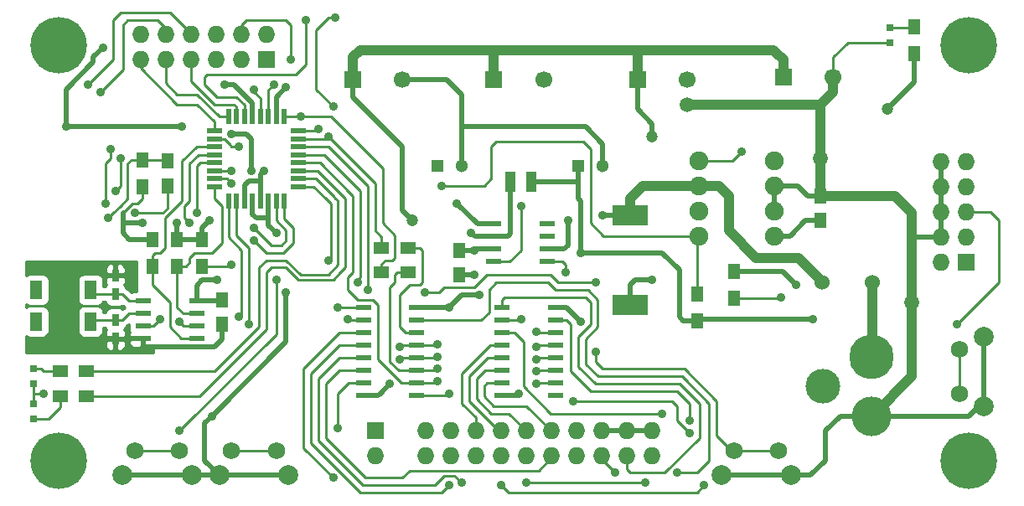
<source format=gbr>
G04 #@! TF.FileFunction,Copper,L1,Top,Signal*
%FSLAX46Y46*%
G04 Gerber Fmt 4.6, Leading zero omitted, Abs format (unit mm)*
G04 Created by KiCad (PCBNEW 4.0.2-stable) date 9/19/2016 8:58:52 PM*
%MOMM*%
G01*
G04 APERTURE LIST*
%ADD10C,0.100000*%
%ADD11R,1.727200X1.727200*%
%ADD12O,1.727200X1.727200*%
%ADD13R,1.300000X1.900000*%
%ADD14R,0.750000X1.200000*%
%ADD15R,1.300000X1.500000*%
%ADD16R,0.797560X0.797560*%
%ADD17C,1.750000*%
%ADD18C,2.000000*%
%ADD19C,5.700000*%
%ADD20R,1.550000X0.600000*%
%ADD21R,1.500000X0.600000*%
%ADD22C,1.905000*%
%ADD23R,1.500000X1.300000*%
%ADD24R,1.000000X2.000000*%
%ADD25R,0.550000X1.600000*%
%ADD26R,1.600000X0.550000*%
%ADD27R,1.250000X1.500000*%
%ADD28C,1.300000*%
%ADD29R,1.300000X1.300000*%
%ADD30C,1.700000*%
%ADD31R,1.700000X1.700000*%
%ADD32R,3.600000X2.000000*%
%ADD33C,1.524000*%
%ADD34C,4.000000*%
%ADD35C,4.500000*%
%ADD36C,3.500000*%
%ADD37C,0.889000*%
%ADD38C,1.500000*%
%ADD39C,1.200000*%
%ADD40C,0.500000*%
%ADD41C,1.000000*%
%ADD42C,0.254000*%
G04 APERTURE END LIST*
D10*
D11*
X210250000Y-96000000D03*
D12*
X207710000Y-96000000D03*
X210250000Y-93460000D03*
X207710000Y-93460000D03*
X210250000Y-90920000D03*
X207710000Y-90920000D03*
X210250000Y-88380000D03*
X207710000Y-88380000D03*
X210250000Y-85840000D03*
X207710000Y-85840000D03*
D13*
X121750000Y-101950000D03*
X116250000Y-101950000D03*
X116250000Y-98750000D03*
X121750000Y-98750000D03*
D14*
X124250000Y-103700000D03*
X124250000Y-101800000D03*
X124250000Y-97300000D03*
X124250000Y-99200000D03*
D15*
X205000000Y-74850000D03*
X205000000Y-72150000D03*
D16*
X116000000Y-111749300D03*
X116000000Y-110250700D03*
X116000000Y-106750700D03*
X116000000Y-108249300D03*
X202500000Y-73749300D03*
X202500000Y-72250700D03*
D17*
X126250000Y-115010000D03*
X130750000Y-115010000D03*
D18*
X124995000Y-117500000D03*
X132005000Y-117500000D03*
D17*
X136000000Y-115010000D03*
X140500000Y-115010000D03*
D18*
X134745000Y-117500000D03*
X141755000Y-117500000D03*
D17*
X186750000Y-115010000D03*
X191250000Y-115010000D03*
D18*
X185495000Y-117500000D03*
X192505000Y-117500000D03*
D17*
X209510000Y-109250000D03*
X209510000Y-104750000D03*
D18*
X212000000Y-110505000D03*
X212000000Y-103495000D03*
D19*
X210500000Y-116000000D03*
X210500000Y-74000000D03*
X118500000Y-74000000D03*
X118500000Y-116000000D03*
D20*
X162500000Y-92095000D03*
X162500000Y-93365000D03*
X162500000Y-94635000D03*
X162500000Y-95905000D03*
X167900000Y-95905000D03*
X167900000Y-94635000D03*
X167900000Y-93365000D03*
X167900000Y-92095000D03*
D21*
X163300000Y-100555000D03*
X163300000Y-101825000D03*
X163300000Y-103095000D03*
X163300000Y-104365000D03*
X163300000Y-105635000D03*
X163300000Y-106905000D03*
X163300000Y-108175000D03*
X163300000Y-109445000D03*
X168700000Y-109445000D03*
X168700000Y-108175000D03*
X168700000Y-106905000D03*
X168700000Y-105635000D03*
X168700000Y-104365000D03*
X168700000Y-103095000D03*
X168700000Y-101825000D03*
X168700000Y-100555000D03*
X149300000Y-100555000D03*
X149300000Y-101825000D03*
X149300000Y-103095000D03*
X149300000Y-104365000D03*
X149300000Y-105635000D03*
X149300000Y-106905000D03*
X149300000Y-108175000D03*
X149300000Y-109445000D03*
X154700000Y-109445000D03*
X154700000Y-108175000D03*
X154700000Y-106905000D03*
X154700000Y-105635000D03*
X154700000Y-104365000D03*
X154700000Y-103095000D03*
X154700000Y-101825000D03*
X154700000Y-100555000D03*
D22*
X183190000Y-85690000D03*
X183190000Y-88230000D03*
X183190000Y-90770000D03*
X183190000Y-93310000D03*
X190810000Y-93310000D03*
X190810000Y-90770000D03*
X190810000Y-88230000D03*
X190810000Y-85690000D03*
D15*
X130500000Y-93650000D03*
X130500000Y-96350000D03*
X133000000Y-93650000D03*
X133000000Y-96350000D03*
X128000000Y-93650000D03*
X128000000Y-96350000D03*
X127000000Y-85650000D03*
X127000000Y-88350000D03*
D23*
X151150000Y-97000000D03*
X153850000Y-97000000D03*
X151150000Y-94500000D03*
X153850000Y-94500000D03*
X121350000Y-109500000D03*
X118650000Y-109500000D03*
X121350000Y-107000000D03*
X118650000Y-107000000D03*
D15*
X186750000Y-99600000D03*
X186750000Y-96900000D03*
X183000000Y-101850000D03*
X183000000Y-99150000D03*
D11*
X139500000Y-75500000D03*
D12*
X139500000Y-72960000D03*
X136960000Y-75500000D03*
X136960000Y-72960000D03*
X134420000Y-75500000D03*
X134420000Y-72960000D03*
X131880000Y-75500000D03*
X131880000Y-72960000D03*
X129340000Y-75500000D03*
X129340000Y-72960000D03*
X126800000Y-75500000D03*
X126800000Y-72960000D03*
D24*
X166250000Y-87800000D03*
X164150000Y-87800000D03*
D25*
X135700000Y-89750000D03*
X136500000Y-89750000D03*
X137300000Y-89750000D03*
X138100000Y-89750000D03*
X138900000Y-89750000D03*
X139700000Y-89750000D03*
X140500000Y-89750000D03*
X141300000Y-89750000D03*
D26*
X142750000Y-88300000D03*
X142750000Y-87500000D03*
X142750000Y-86700000D03*
X142750000Y-85900000D03*
X142750000Y-85100000D03*
X142750000Y-84300000D03*
X142750000Y-83500000D03*
X142750000Y-82700000D03*
D25*
X141300000Y-81250000D03*
X140500000Y-81250000D03*
X139700000Y-81250000D03*
X138900000Y-81250000D03*
X138100000Y-81250000D03*
X137300000Y-81250000D03*
X136500000Y-81250000D03*
X135700000Y-81250000D03*
D26*
X134250000Y-82700000D03*
X134250000Y-83500000D03*
X134250000Y-84300000D03*
X134250000Y-85100000D03*
X134250000Y-85900000D03*
X134250000Y-86700000D03*
X134250000Y-87500000D03*
X134250000Y-88300000D03*
D27*
X159000000Y-94750000D03*
X159000000Y-97250000D03*
D28*
X173500000Y-86250000D03*
D29*
X171000000Y-86250000D03*
D28*
X159250000Y-86250000D03*
D29*
X156750000Y-86250000D03*
D27*
X135000000Y-102250000D03*
X135000000Y-99750000D03*
X129500000Y-85750000D03*
X129500000Y-88250000D03*
D30*
X196750000Y-77250000D03*
D31*
X191750000Y-77250000D03*
D30*
X182000000Y-77500000D03*
D31*
X177000000Y-77500000D03*
D30*
X153250000Y-77500000D03*
D31*
X148250000Y-77500000D03*
D30*
X167500000Y-77500000D03*
D31*
X162500000Y-77500000D03*
D27*
X195500000Y-91750000D03*
X195500000Y-89250000D03*
D20*
X127050000Y-99845000D03*
X127050000Y-101115000D03*
X127050000Y-102385000D03*
X127050000Y-103655000D03*
X132450000Y-103655000D03*
X132450000Y-102385000D03*
X132450000Y-101115000D03*
X132450000Y-99845000D03*
D32*
X176250000Y-91250000D03*
X176250000Y-100250000D03*
D33*
X195670000Y-98000000D03*
X200750000Y-98000000D03*
D34*
X200650000Y-111500000D03*
D35*
X200650000Y-105500000D03*
D36*
X195750000Y-108450000D03*
D11*
X150500000Y-113000000D03*
D12*
X150500000Y-115540000D03*
X155580000Y-113000000D03*
X155580000Y-115540000D03*
X158120000Y-113000000D03*
X158120000Y-115540000D03*
X160660000Y-113000000D03*
X160660000Y-115540000D03*
X163200000Y-113000000D03*
X163200000Y-115540000D03*
X165740000Y-113000000D03*
X165740000Y-115540000D03*
X168280000Y-113000000D03*
X168280000Y-115540000D03*
X170820000Y-113000000D03*
X170820000Y-115540000D03*
X173360000Y-113000000D03*
X173360000Y-115540000D03*
X175900000Y-113000000D03*
X175900000Y-115540000D03*
X178440000Y-113000000D03*
X178440000Y-115540000D03*
D37*
X152000000Y-108250000D03*
D38*
X204750000Y-100000000D03*
D37*
X193000000Y-98250000D03*
X123000000Y-74250000D03*
D38*
X182000000Y-80000000D03*
X195500000Y-85500000D03*
D37*
X118000000Y-104500000D03*
X118000000Y-96750000D03*
X135250000Y-78000000D03*
X131000000Y-82250000D03*
X126250000Y-91000000D03*
X141500000Y-99000000D03*
X160500000Y-97250000D03*
X158750000Y-90000000D03*
X165000000Y-109250000D03*
X119250000Y-82250000D03*
X139250000Y-86750000D03*
X134000000Y-111500000D03*
X173500000Y-91250000D03*
X160500000Y-94750000D03*
X194750000Y-101750000D03*
X171250000Y-95000000D03*
X171250000Y-102000000D03*
X138000000Y-86750000D03*
X127000000Y-92000000D03*
X130500000Y-92000000D03*
X136000000Y-83000000D03*
X140500000Y-93000000D03*
X133750000Y-91750000D03*
X140500000Y-97750000D03*
X117000000Y-109250000D03*
X130750000Y-113000000D03*
X134500000Y-97750000D03*
X161000000Y-99250000D03*
X158000000Y-100500000D03*
X141500000Y-78250000D03*
X138250000Y-78500000D03*
X123500000Y-91500000D03*
X132500000Y-91000000D03*
X209250000Y-102250000D03*
X128750000Y-101750000D03*
X170000000Y-91750000D03*
X160200000Y-93000000D03*
X178500000Y-97750000D03*
X136750000Y-101500000D03*
X137750000Y-102250000D03*
X138250000Y-92500000D03*
X124750000Y-85500000D03*
X124250000Y-88750000D03*
X138250000Y-93750000D03*
X123250000Y-90000000D03*
X123750000Y-84500000D03*
X172750000Y-98000000D03*
X172750000Y-105000000D03*
X155500000Y-99000000D03*
X145750000Y-95750000D03*
X156750000Y-108000000D03*
X166750000Y-108250000D03*
X148750000Y-98000000D03*
X153000000Y-104500000D03*
X166750000Y-104500000D03*
X156750000Y-104250000D03*
X153000000Y-105750000D03*
X149750000Y-98750000D03*
X156750000Y-105500000D03*
X166750000Y-105750000D03*
X146500000Y-71250000D03*
X146250000Y-80250000D03*
X145750000Y-83250000D03*
X144750000Y-82500000D03*
X143000000Y-81250000D03*
X140250000Y-78000000D03*
X142000000Y-75500000D03*
X143500000Y-71500000D03*
X157250000Y-88250000D03*
X136750000Y-84250000D03*
X130750000Y-102000000D03*
X131750000Y-92000000D03*
X136000000Y-96250000D03*
X122750000Y-78750000D03*
X136000000Y-86750000D03*
X121500000Y-78000000D03*
X136000000Y-88000000D03*
X187500000Y-84750000D03*
X191500000Y-99500000D03*
X166750000Y-107000000D03*
X156750000Y-106750000D03*
X165250000Y-90250000D03*
X169750000Y-97000000D03*
X158000000Y-118500000D03*
X159250000Y-118250000D03*
X146750000Y-112750000D03*
X158000000Y-109250000D03*
X166750000Y-103000000D03*
X177750000Y-118250000D03*
X182250000Y-113250000D03*
X165750000Y-118250000D03*
X170500000Y-110000000D03*
X165250000Y-101750000D03*
X179500000Y-111250000D03*
X163250000Y-118500000D03*
X183750000Y-118500000D03*
X174750000Y-117250000D03*
X182250000Y-112000000D03*
X146750000Y-100500000D03*
X147750000Y-101750000D03*
X146250000Y-117750000D03*
X181000000Y-117250000D03*
D39*
X154250000Y-91750000D03*
X178500000Y-83250000D03*
X202250000Y-80500000D03*
D40*
X190150000Y-96900000D02*
X186750000Y-96900000D01*
X151000000Y-109250000D02*
X152000000Y-108250000D01*
X150805000Y-109445000D02*
X151000000Y-109250000D01*
X149300000Y-109445000D02*
X150805000Y-109445000D01*
X175900000Y-113000000D02*
X178440000Y-113000000D01*
X173360000Y-113000000D02*
X175900000Y-113000000D01*
X190150000Y-96900000D02*
X191650000Y-96900000D01*
X191650000Y-96900000D02*
X193000000Y-98250000D01*
X123000000Y-74250000D02*
X122000000Y-75250000D01*
X122000000Y-75250000D02*
X122000000Y-75750000D01*
X122000000Y-75750000D02*
X119250000Y-78500000D01*
X119250000Y-82250000D02*
X119250000Y-78500000D01*
X134500000Y-104250000D02*
X135000000Y-103750000D01*
X129000000Y-104500000D02*
X134250000Y-104500000D01*
X134250000Y-104500000D02*
X134500000Y-104250000D01*
X127000000Y-104500000D02*
X129000000Y-104500000D01*
X127050000Y-104500000D02*
X127000000Y-104500000D01*
X127050000Y-103655000D02*
X127050000Y-104500000D01*
X135000000Y-103750000D02*
X135000000Y-102250000D01*
D41*
X195500000Y-80000000D02*
X196750000Y-78750000D01*
X196750000Y-78750000D02*
X196750000Y-77250000D01*
X195500000Y-85500000D02*
X195500000Y-80000000D01*
X195500000Y-80000000D02*
X182000000Y-80000000D01*
X195500000Y-89250000D02*
X195500000Y-85500000D01*
D40*
X207710000Y-93460000D02*
X204750000Y-93460000D01*
X204750000Y-93460000D02*
X204540000Y-93460000D01*
D41*
X202250000Y-89250000D02*
X195500000Y-89250000D01*
X200650000Y-111500000D02*
X200750000Y-111500000D01*
X200750000Y-111500000D02*
X204750000Y-107500000D01*
X203000000Y-89250000D02*
X202250000Y-89250000D01*
X202250000Y-89250000D02*
X202750000Y-89250000D01*
X204750000Y-91000000D02*
X203000000Y-89250000D01*
X204750000Y-107500000D02*
X204750000Y-100000000D01*
X204750000Y-100000000D02*
X204750000Y-93750000D01*
X204750000Y-93750000D02*
X204750000Y-91000000D01*
D40*
X190810000Y-88230000D02*
X190810000Y-90770000D01*
X195500000Y-89250000D02*
X194250000Y-89250000D01*
X193230000Y-88230000D02*
X190810000Y-88230000D01*
X194250000Y-89250000D02*
X193230000Y-88230000D01*
X124250000Y-103700000D02*
X123050000Y-103700000D01*
X122250000Y-104500000D02*
X118000000Y-104500000D01*
X123050000Y-103700000D02*
X122250000Y-104500000D01*
X124250000Y-97300000D02*
X123300000Y-97300000D01*
X122750000Y-96750000D02*
X118000000Y-96750000D01*
X123300000Y-97300000D02*
X122750000Y-96750000D01*
X136250000Y-78000000D02*
X138100000Y-79850000D01*
X138100000Y-79850000D02*
X138100000Y-81250000D01*
X135250000Y-78000000D02*
X136250000Y-78000000D01*
D42*
X129500000Y-90250000D02*
X129500000Y-90500000D01*
X129500000Y-88250000D02*
X129500000Y-90250000D01*
X129000000Y-91000000D02*
X126250000Y-91000000D01*
X129500000Y-90500000D02*
X129000000Y-91000000D01*
D40*
X137300000Y-89750000D02*
X137300000Y-88200000D01*
X137750000Y-87750000D02*
X138900000Y-87750000D01*
X137300000Y-88200000D02*
X137750000Y-87750000D01*
X134000000Y-111500000D02*
X141500000Y-104000000D01*
X141500000Y-104000000D02*
X141500000Y-99000000D01*
X160500000Y-97250000D02*
X159000000Y-97250000D01*
X169500000Y-82250000D02*
X171750000Y-82250000D01*
X159250000Y-82250000D02*
X169500000Y-82250000D01*
X173500000Y-84000000D02*
X173500000Y-86250000D01*
X171750000Y-82250000D02*
X173500000Y-84000000D01*
X162500000Y-92095000D02*
X160845000Y-92095000D01*
X160845000Y-92095000D02*
X158750000Y-90000000D01*
X163300000Y-109445000D02*
X164805000Y-109445000D01*
X164805000Y-109445000D02*
X165000000Y-109250000D01*
X192505000Y-117500000D02*
X194500000Y-117500000D01*
X194500000Y-117500000D02*
X196000000Y-116000000D01*
X196000000Y-116000000D02*
X196000000Y-113000000D01*
X196000000Y-113000000D02*
X197500000Y-111500000D01*
X197500000Y-111500000D02*
X200650000Y-111500000D01*
X159250000Y-86250000D02*
X159250000Y-84750000D01*
X159250000Y-84750000D02*
X159250000Y-82250000D01*
X159250000Y-82250000D02*
X159250000Y-79000000D01*
X159250000Y-79000000D02*
X157750000Y-77500000D01*
X157750000Y-77500000D02*
X153250000Y-77500000D01*
X138900000Y-87750000D02*
X138900000Y-87100000D01*
X138900000Y-88750000D02*
X138900000Y-87750000D01*
X138900000Y-87100000D02*
X139250000Y-86750000D01*
X138900000Y-89750000D02*
X138900000Y-88750000D01*
X138900000Y-88750000D02*
X138900000Y-88600000D01*
X119250000Y-82250000D02*
X131000000Y-82250000D01*
X132005000Y-117500000D02*
X134745000Y-117500000D01*
X134000000Y-111500000D02*
X133250000Y-112250000D01*
X133250000Y-112250000D02*
X133250000Y-116005000D01*
X133250000Y-116005000D02*
X134745000Y-117500000D01*
X134745000Y-117500000D02*
X141755000Y-117500000D01*
X200650000Y-111500000D02*
X208500000Y-111500000D01*
X208500000Y-111500000D02*
X210500000Y-111500000D01*
X210500000Y-111500000D02*
X211495000Y-110505000D01*
X211495000Y-110505000D02*
X212000000Y-110505000D01*
X185495000Y-117500000D02*
X192505000Y-117500000D01*
X212000000Y-103495000D02*
X212000000Y-110505000D01*
X190830000Y-90750000D02*
X190810000Y-90770000D01*
X196750000Y-77250000D02*
X196750000Y-77750000D01*
X207710000Y-90920000D02*
X207710000Y-88380000D01*
X207710000Y-93460000D02*
X207710000Y-90920000D01*
X207710000Y-85840000D02*
X207710000Y-88380000D01*
X207710000Y-85840000D02*
X207710000Y-88380000D01*
X200650000Y-111500000D02*
X201500000Y-111500000D01*
D42*
X202500000Y-73749300D02*
X198250700Y-73749300D01*
X198250700Y-73749300D02*
X196750000Y-75250000D01*
X196750000Y-75250000D02*
X196750000Y-77250000D01*
D40*
X124995000Y-117500000D02*
X132005000Y-117500000D01*
X190810000Y-93310000D02*
X192440000Y-93310000D01*
X194000000Y-91750000D02*
X195500000Y-91750000D01*
X192440000Y-93310000D02*
X194000000Y-91750000D01*
D42*
X190870000Y-93250000D02*
X190810000Y-93310000D01*
D41*
X176250000Y-91250000D02*
X176250000Y-89500000D01*
X177520000Y-88230000D02*
X183190000Y-88230000D01*
X176250000Y-89500000D02*
X177520000Y-88230000D01*
X195670000Y-98000000D02*
X195670000Y-97920000D01*
X195670000Y-97920000D02*
X193250000Y-95500000D01*
X193250000Y-95500000D02*
X189000000Y-95500000D01*
X189000000Y-95500000D02*
X186250000Y-92750000D01*
X186250000Y-92750000D02*
X186250000Y-89250000D01*
X186250000Y-89250000D02*
X185230000Y-88230000D01*
X185230000Y-88230000D02*
X183190000Y-88230000D01*
D40*
X195670000Y-98000000D02*
X195500000Y-98000000D01*
X176250000Y-91250000D02*
X173500000Y-91250000D01*
X162500000Y-94635000D02*
X160615000Y-94635000D01*
X160615000Y-94635000D02*
X160500000Y-94750000D01*
X159000000Y-94750000D02*
X160500000Y-94750000D01*
X132450000Y-99845000D02*
X134905000Y-99845000D01*
X134905000Y-99845000D02*
X135000000Y-99750000D01*
X171250000Y-95000000D02*
X179500000Y-95000000D01*
X181600000Y-101850000D02*
X183000000Y-101850000D01*
X181250000Y-101500000D02*
X181600000Y-101850000D01*
X181250000Y-96750000D02*
X181250000Y-101500000D01*
X179500000Y-95000000D02*
X181250000Y-96750000D01*
X183100000Y-101750000D02*
X194750000Y-101750000D01*
X183100000Y-101750000D02*
X183000000Y-101850000D01*
X166250000Y-87800000D02*
X171000000Y-87800000D01*
X171000000Y-87800000D02*
X171000000Y-88000000D01*
X171000000Y-86250000D02*
X171000000Y-88000000D01*
X171000000Y-88000000D02*
X171000000Y-89500000D01*
X171000000Y-89500000D02*
X171250000Y-89750000D01*
X171250000Y-89750000D02*
X171250000Y-95000000D01*
X169805000Y-100555000D02*
X168700000Y-100555000D01*
X169805000Y-100555000D02*
X171250000Y-102000000D01*
X138000000Y-86750000D02*
X138000000Y-86250000D01*
X138000000Y-84500000D02*
X138000000Y-84000000D01*
X138000000Y-86250000D02*
X138000000Y-84500000D01*
X138000000Y-83500000D02*
X138000000Y-84000000D01*
X137500000Y-83000000D02*
X138000000Y-83500000D01*
X137000000Y-83000000D02*
X137500000Y-83000000D01*
X125000000Y-92000000D02*
X125000000Y-91250000D01*
D42*
X126500000Y-90000000D02*
X126000000Y-90000000D01*
X127000000Y-89500000D02*
X126500000Y-90000000D01*
X127000000Y-89500000D02*
X127000000Y-88350000D01*
X125000000Y-91000000D02*
X126000000Y-90000000D01*
D40*
X125000000Y-91250000D02*
X125000000Y-91000000D01*
X125000000Y-92000000D02*
X127000000Y-92000000D01*
X130500000Y-92000000D02*
X130500000Y-93650000D01*
X128000000Y-93650000D02*
X125650000Y-93650000D01*
X125000000Y-93000000D02*
X125000000Y-92000000D01*
X125650000Y-93650000D02*
X125000000Y-93000000D01*
X138100000Y-89750000D02*
X138100000Y-91100000D01*
X138100000Y-91100000D02*
X138500000Y-91500000D01*
X138500000Y-91500000D02*
X139700000Y-91500000D01*
X136000000Y-83000000D02*
X137000000Y-83000000D01*
X139700000Y-89750000D02*
X139700000Y-91500000D01*
X139700000Y-91500000D02*
X139700000Y-92200000D01*
X139700000Y-92200000D02*
X140500000Y-93000000D01*
X133750000Y-91750000D02*
X133000000Y-92500000D01*
X133000000Y-93650000D02*
X133000000Y-92500000D01*
D42*
X131250000Y-112500000D02*
X130750000Y-113000000D01*
X140500000Y-97750000D02*
X140500000Y-100250000D01*
X116000000Y-109250000D02*
X117000000Y-109250000D01*
X140500000Y-103250000D02*
X140500000Y-100250000D01*
X131250000Y-112500000D02*
X140500000Y-103250000D01*
D40*
X134500000Y-97750000D02*
X133000000Y-97750000D01*
X133000000Y-97750000D02*
X132450000Y-98300000D01*
X132450000Y-98300000D02*
X132450000Y-99845000D01*
D42*
X183100000Y-101750000D02*
X183000000Y-101850000D01*
X182900000Y-101750000D02*
X183000000Y-101850000D01*
D40*
X158000000Y-100500000D02*
X159250000Y-99250000D01*
X159250000Y-99250000D02*
X161000000Y-99250000D01*
X161000000Y-99250000D02*
X160750000Y-99250000D01*
X154700000Y-100555000D02*
X157945000Y-100555000D01*
X157945000Y-100555000D02*
X158000000Y-100500000D01*
D42*
X158000000Y-100500000D02*
X157945000Y-100555000D01*
D40*
X140500000Y-81250000D02*
X140500000Y-79250000D01*
X140500000Y-79250000D02*
X141500000Y-78250000D01*
X133000000Y-93650000D02*
X131750000Y-93650000D01*
X131750000Y-93650000D02*
X130500000Y-93650000D01*
D42*
X116000000Y-108249300D02*
X116000000Y-109250000D01*
X116000000Y-109250000D02*
X116000000Y-110250700D01*
X138900000Y-81250000D02*
X138900000Y-79400000D01*
X138250000Y-78750000D02*
X138250000Y-78500000D01*
X138900000Y-79400000D02*
X138250000Y-78750000D01*
X124000000Y-91000000D02*
X123500000Y-91500000D01*
X125500000Y-89500000D02*
X124750000Y-90250000D01*
X125500000Y-89500000D02*
X125500000Y-86500000D01*
X127000000Y-85650000D02*
X125850000Y-85650000D01*
X125500000Y-86500000D02*
X125500000Y-86000000D01*
X125500000Y-86000000D02*
X125850000Y-85650000D01*
X124750000Y-90250000D02*
X124000000Y-91000000D01*
X132500000Y-86250000D02*
X132500000Y-91000000D01*
X132850000Y-85900000D02*
X132500000Y-86250000D01*
X134250000Y-85900000D02*
X132850000Y-85900000D01*
X209250000Y-102250000D02*
X213500000Y-98000000D01*
X210250000Y-90920000D02*
X212670000Y-90920000D01*
X212670000Y-90920000D02*
X213500000Y-91750000D01*
X127000000Y-85650000D02*
X128250000Y-85650000D01*
X128250000Y-85650000D02*
X129400000Y-85650000D01*
X129400000Y-85650000D02*
X129500000Y-85750000D01*
X213500000Y-91750000D02*
X213500000Y-98000000D01*
X124250000Y-99200000D02*
X121950000Y-99200000D01*
X121950000Y-99200000D02*
X121750000Y-99000000D01*
X127050000Y-99845000D02*
X125595000Y-99845000D01*
X124950000Y-99200000D02*
X124250000Y-99200000D01*
X125595000Y-99845000D02*
X124950000Y-99200000D01*
X124250000Y-101800000D02*
X122150000Y-101800000D01*
X122150000Y-101800000D02*
X121750000Y-102200000D01*
X127050000Y-101115000D02*
X125635000Y-101115000D01*
X124950000Y-101800000D02*
X124250000Y-101800000D01*
X125635000Y-101115000D02*
X124950000Y-101800000D01*
X122050000Y-102500000D02*
X122000000Y-102450000D01*
X127050000Y-102385000D02*
X128115000Y-102385000D01*
X128115000Y-102385000D02*
X128750000Y-101750000D01*
D40*
X167900000Y-94635000D02*
X169615000Y-94635000D01*
X170000000Y-94250000D02*
X170000000Y-91750000D01*
X169615000Y-94635000D02*
X170000000Y-94250000D01*
X162500000Y-93365000D02*
X160565000Y-93365000D01*
X160565000Y-93365000D02*
X160200000Y-93000000D01*
X162500000Y-93365000D02*
X163885000Y-93365000D01*
X164150000Y-93100000D02*
X164150000Y-87800000D01*
X163885000Y-93365000D02*
X164150000Y-93100000D01*
D42*
X160200000Y-93000000D02*
X160565000Y-93365000D01*
D40*
X176250000Y-100250000D02*
X176250000Y-98250000D01*
X176750000Y-97750000D02*
X178500000Y-97750000D01*
X176250000Y-98250000D02*
X176750000Y-97750000D01*
D42*
X135700000Y-93450000D02*
X137000000Y-94750000D01*
X137000000Y-94750000D02*
X137000000Y-101250000D01*
X137000000Y-101250000D02*
X136750000Y-101500000D01*
X135700000Y-93450000D02*
X135700000Y-89750000D01*
X126250000Y-115010000D02*
X130750000Y-115010000D01*
X136500000Y-89750000D02*
X136500000Y-93250000D01*
X137750000Y-94500000D02*
X137750000Y-102250000D01*
X136500000Y-93250000D02*
X137750000Y-94500000D01*
X136000000Y-115010000D02*
X140500000Y-115010000D01*
X124750000Y-85500000D02*
X124750000Y-88250000D01*
X140500000Y-91750000D02*
X141500000Y-92750000D01*
X141500000Y-92750000D02*
X141500000Y-93750000D01*
X141500000Y-93750000D02*
X141000000Y-94250000D01*
X141000000Y-94250000D02*
X140000000Y-94250000D01*
X140000000Y-94250000D02*
X138250000Y-92500000D01*
X140500000Y-89750000D02*
X140500000Y-91750000D01*
X124750000Y-88250000D02*
X124250000Y-88750000D01*
X123250000Y-90000000D02*
X123250000Y-86000000D01*
X141300000Y-91550000D02*
X142250000Y-92500000D01*
X142250000Y-92500000D02*
X142250000Y-94000000D01*
X142250000Y-94000000D02*
X141250000Y-95000000D01*
X141250000Y-95000000D02*
X139500000Y-95000000D01*
X139500000Y-95000000D02*
X138250000Y-93750000D01*
X141300000Y-89750000D02*
X141300000Y-91550000D01*
X123250000Y-86000000D02*
X123750000Y-85500000D01*
X123750000Y-84500000D02*
X123750000Y-85500000D01*
X185000000Y-113500000D02*
X185000000Y-110000000D01*
X186510000Y-115010000D02*
X185000000Y-113500000D01*
X172750000Y-105000000D02*
X172750000Y-106000000D01*
X172750000Y-106000000D02*
X173500000Y-106750000D01*
X173500000Y-106750000D02*
X181750000Y-106750000D01*
X181750000Y-106750000D02*
X185000000Y-110000000D01*
X145500000Y-89500000D02*
X145750000Y-89750000D01*
X161750000Y-97250000D02*
X160500000Y-98500000D01*
X160500000Y-98500000D02*
X157500000Y-98500000D01*
X157500000Y-98500000D02*
X157000000Y-99000000D01*
X157000000Y-99000000D02*
X155500000Y-99000000D01*
X169000000Y-98000000D02*
X170750000Y-98000000D01*
X168250000Y-97250000D02*
X169000000Y-98000000D01*
X144300000Y-88300000D02*
X144000000Y-88300000D01*
X144300000Y-88300000D02*
X145500000Y-89500000D01*
X168250000Y-97250000D02*
X161750000Y-97250000D01*
X146000000Y-95500000D02*
X145750000Y-95750000D01*
X146000000Y-90000000D02*
X146000000Y-95500000D01*
X145750000Y-89750000D02*
X146000000Y-90000000D01*
X170750000Y-98000000D02*
X172750000Y-98000000D01*
X142750000Y-88300000D02*
X144000000Y-88300000D01*
X144000000Y-88300000D02*
X144050000Y-88300000D01*
X186750000Y-115010000D02*
X186510000Y-115010000D01*
X186750000Y-115010000D02*
X191250000Y-115010000D01*
X145758002Y-97241998D02*
X142991998Y-97241998D01*
X146750000Y-96250000D02*
X145758002Y-97241998D01*
X139500000Y-95750000D02*
X141500000Y-95750000D01*
X138750000Y-102500000D02*
X138750000Y-96500000D01*
X123250000Y-107000000D02*
X134250000Y-107000000D01*
X121350000Y-107000000D02*
X123250000Y-107000000D01*
X134250000Y-107000000D02*
X138750000Y-102500000D01*
X138750000Y-96500000D02*
X139500000Y-95750000D01*
X142991998Y-97241998D02*
X141500000Y-95750000D01*
X146750000Y-89750000D02*
X146250000Y-89250000D01*
X146750000Y-94500000D02*
X146750000Y-89750000D01*
X146750000Y-94500000D02*
X146750000Y-96250000D01*
X146500000Y-89500000D02*
X146250000Y-89250000D01*
X146250000Y-89250000D02*
X144500000Y-87500000D01*
X144500000Y-87500000D02*
X142750000Y-87500000D01*
X147000000Y-97000000D02*
X146250000Y-97750000D01*
X146250000Y-97750000D02*
X142750000Y-97750000D01*
X142750000Y-97750000D02*
X141500000Y-96500000D01*
X132750000Y-109500000D02*
X139500000Y-102750000D01*
X139500000Y-102750000D02*
X139500000Y-97000000D01*
X121350000Y-109500000D02*
X123250000Y-109500000D01*
X123250000Y-109500000D02*
X132750000Y-109500000D01*
X140000000Y-96500000D02*
X139500000Y-97000000D01*
X140750000Y-96500000D02*
X141500000Y-96500000D01*
X140750000Y-96500000D02*
X140000000Y-96500000D01*
X147000000Y-97000000D02*
X147500000Y-96500000D01*
X147500000Y-89500000D02*
X147250000Y-89250000D01*
X147500000Y-96500000D02*
X147500000Y-89500000D01*
X144700000Y-86700000D02*
X147250000Y-89250000D01*
X144700000Y-86700000D02*
X142750000Y-86700000D01*
X148000000Y-89000000D02*
X148250000Y-89250000D01*
X148000000Y-99000000D02*
X147750000Y-98750000D01*
X150750000Y-105750000D02*
X150750000Y-100250000D01*
X150750000Y-100250000D02*
X150250000Y-99750000D01*
X153175000Y-108175000D02*
X150750000Y-105750000D01*
X154700000Y-108175000D02*
X153175000Y-108175000D01*
X148750000Y-99750000D02*
X148000000Y-99000000D01*
X150250000Y-99750000D02*
X148750000Y-99750000D01*
X144900000Y-85900000D02*
X142750000Y-85900000D01*
X148000000Y-89000000D02*
X144900000Y-85900000D01*
X147750000Y-97500000D02*
X147750000Y-98750000D01*
X148250000Y-97000000D02*
X147750000Y-97500000D01*
X148250000Y-89250000D02*
X148250000Y-97000000D01*
X154700000Y-108175000D02*
X156575000Y-108175000D01*
X156575000Y-108175000D02*
X156750000Y-108000000D01*
X166825000Y-108175000D02*
X168700000Y-108175000D01*
X166750000Y-108250000D02*
X166825000Y-108175000D01*
X148750000Y-88500000D02*
X149000000Y-88750000D01*
X145350000Y-85100000D02*
X148750000Y-88500000D01*
X142750000Y-85100000D02*
X145350000Y-85100000D01*
X148750000Y-97750000D02*
X148750000Y-98000000D01*
X149000000Y-97500000D02*
X148750000Y-97750000D01*
X149000000Y-88750000D02*
X149000000Y-97500000D01*
X153135000Y-104365000D02*
X153000000Y-104500000D01*
X154700000Y-104365000D02*
X153135000Y-104365000D01*
X154700000Y-104365000D02*
X156635000Y-104365000D01*
X166750000Y-104500000D02*
X166885000Y-104365000D01*
X166885000Y-104365000D02*
X168700000Y-104365000D01*
X156635000Y-104365000D02*
X156750000Y-104250000D01*
X153115000Y-105635000D02*
X153000000Y-105750000D01*
X154700000Y-105635000D02*
X153115000Y-105635000D01*
X145800000Y-84300000D02*
X149750000Y-88250000D01*
X149750000Y-88250000D02*
X149750000Y-96000000D01*
X145800000Y-84300000D02*
X142750000Y-84300000D01*
X149750000Y-97750000D02*
X149750000Y-96000000D01*
X149750000Y-98750000D02*
X149750000Y-97750000D01*
X154700000Y-105635000D02*
X156615000Y-105635000D01*
X156615000Y-105635000D02*
X156750000Y-105500000D01*
X166865000Y-105635000D02*
X168700000Y-105635000D01*
X166750000Y-105750000D02*
X166865000Y-105635000D01*
X144500000Y-78000000D02*
X144500000Y-78500000D01*
X144500000Y-78500000D02*
X146250000Y-80250000D01*
X144500000Y-77250000D02*
X144500000Y-78000000D01*
X144500000Y-77250000D02*
X144500000Y-72500000D01*
X144500000Y-72500000D02*
X145750000Y-71250000D01*
X145750000Y-71250000D02*
X146500000Y-71250000D01*
X151150000Y-94500000D02*
X151150000Y-93400000D01*
X150500000Y-92750000D02*
X150500000Y-88000000D01*
X151150000Y-93400000D02*
X150500000Y-92750000D01*
X145750000Y-83250000D02*
X150500000Y-88000000D01*
X142750000Y-83500000D02*
X145500000Y-83500000D01*
X145500000Y-83500000D02*
X145750000Y-83250000D01*
X144550000Y-82700000D02*
X144750000Y-82500000D01*
X144550000Y-82700000D02*
X142750000Y-82700000D01*
X151250000Y-86500000D02*
X151250000Y-92000000D01*
X152500000Y-93250000D02*
X152500000Y-95500000D01*
X146000000Y-81250000D02*
X151250000Y-86500000D01*
X143000000Y-81250000D02*
X144750000Y-81250000D01*
X144750000Y-81250000D02*
X146000000Y-81250000D01*
X151250000Y-92000000D02*
X152500000Y-93250000D01*
X151150000Y-96100000D02*
X151150000Y-97000000D01*
X151500000Y-95750000D02*
X151150000Y-96100000D01*
X152250000Y-95750000D02*
X151500000Y-95750000D01*
X152500000Y-95500000D02*
X152250000Y-95750000D01*
X143000000Y-81250000D02*
X141300000Y-81250000D01*
X142000000Y-75500000D02*
X142000000Y-72000000D01*
X136960000Y-72960000D02*
X136960000Y-72040000D01*
X141500000Y-71500000D02*
X142000000Y-72000000D01*
X137500000Y-71500000D02*
X141500000Y-71500000D01*
X136960000Y-72040000D02*
X137500000Y-71500000D01*
X139700000Y-78550000D02*
X140250000Y-78000000D01*
X139700000Y-78550000D02*
X139700000Y-81250000D01*
X133500000Y-77000000D02*
X138000000Y-77000000D01*
X133250000Y-78000000D02*
X133250000Y-77250000D01*
X133250000Y-77250000D02*
X133500000Y-77000000D01*
X137300000Y-81250000D02*
X137300000Y-80050000D01*
X134500000Y-79250000D02*
X133250000Y-78000000D01*
X136500000Y-79250000D02*
X134500000Y-79250000D01*
X137300000Y-80050000D02*
X136500000Y-79250000D01*
X138000000Y-77000000D02*
X142500000Y-77000000D01*
X142500000Y-77000000D02*
X143500000Y-76000000D01*
X143500000Y-76000000D02*
X143500000Y-71500000D01*
X136500000Y-81250000D02*
X136500000Y-80250000D01*
X131880000Y-77630000D02*
X131880000Y-75500000D01*
X134250000Y-80000000D02*
X131880000Y-77630000D01*
X136250000Y-80000000D02*
X134250000Y-80000000D01*
X136500000Y-80250000D02*
X136250000Y-80000000D01*
X135700000Y-81250000D02*
X134750000Y-81250000D01*
X129340000Y-77840000D02*
X129340000Y-75500000D01*
X130500000Y-79000000D02*
X129340000Y-77840000D01*
X132500000Y-79000000D02*
X130500000Y-79000000D01*
X134750000Y-81250000D02*
X132500000Y-79000000D01*
X126800000Y-75500000D02*
X126800000Y-76300000D01*
X126800000Y-76300000D02*
X130500000Y-80000000D01*
X130500000Y-80000000D02*
X132500000Y-80000000D01*
X132500000Y-80000000D02*
X134250000Y-81750000D01*
X134250000Y-81750000D02*
X134250000Y-82700000D01*
X171500000Y-83750000D02*
X172250000Y-84500000D01*
X172250000Y-86500000D02*
X172250000Y-84500000D01*
X161250000Y-88250000D02*
X161500000Y-88250000D01*
X157250000Y-88250000D02*
X161250000Y-88250000D01*
X162750000Y-83750000D02*
X169000000Y-83750000D01*
X162250000Y-84250000D02*
X162750000Y-83750000D01*
X162250000Y-87500000D02*
X162250000Y-84250000D01*
X161500000Y-88250000D02*
X162250000Y-87500000D01*
X169000000Y-83750000D02*
X171500000Y-83750000D01*
X172250000Y-86500000D02*
X172250000Y-92000000D01*
X173560000Y-93310000D02*
X183190000Y-93310000D01*
X172250000Y-92000000D02*
X173560000Y-93310000D01*
X136750000Y-84250000D02*
X136000000Y-84250000D01*
X136000000Y-84250000D02*
X135750000Y-84000000D01*
X135250000Y-83500000D02*
X135750000Y-84000000D01*
X134250000Y-83500000D02*
X135250000Y-83500000D01*
X183000000Y-99150000D02*
X183000000Y-96750000D01*
X183000000Y-96750000D02*
X183000000Y-93500000D01*
X183000000Y-93500000D02*
X183190000Y-93310000D01*
X183190000Y-93310000D02*
X183060000Y-93310000D01*
X172250000Y-86500000D02*
X172250000Y-86500000D01*
X128750000Y-99000000D02*
X129750000Y-100000000D01*
X128750000Y-99000000D02*
X128000000Y-98250000D01*
X128000000Y-98250000D02*
X128000000Y-97500000D01*
X128000000Y-96350000D02*
X128000000Y-97500000D01*
X129750000Y-100000000D02*
X129750000Y-102500000D01*
X132450000Y-103655000D02*
X130905000Y-103655000D01*
X130905000Y-103655000D02*
X129750000Y-102500000D01*
X128000000Y-96350000D02*
X128000000Y-95250000D01*
X128000000Y-95250000D02*
X128250000Y-95000000D01*
X128250000Y-95000000D02*
X128750000Y-95000000D01*
X128750000Y-95000000D02*
X129250000Y-94500000D01*
X129250000Y-94500000D02*
X129250000Y-91500000D01*
X129250000Y-91500000D02*
X131000000Y-89750000D01*
X131000000Y-89750000D02*
X131000000Y-85750000D01*
X132450000Y-84300000D02*
X134250000Y-84300000D01*
X131000000Y-85750000D02*
X132450000Y-84300000D01*
X131250000Y-102385000D02*
X131135000Y-102385000D01*
X131135000Y-102385000D02*
X130750000Y-102000000D01*
X132450000Y-102385000D02*
X131250000Y-102385000D01*
X131250000Y-90250000D02*
X131750000Y-89750000D01*
X131250000Y-91500000D02*
X131250000Y-90250000D01*
X131750000Y-92000000D02*
X131250000Y-91500000D01*
X131750000Y-89750000D02*
X131750000Y-86000000D01*
X134250000Y-85100000D02*
X132650000Y-85100000D01*
X131750000Y-86000000D02*
X132650000Y-85100000D01*
X135000000Y-96350000D02*
X135900000Y-96350000D01*
X135900000Y-96350000D02*
X136000000Y-96250000D01*
X135100000Y-96350000D02*
X135000000Y-96350000D01*
X135000000Y-96350000D02*
X133000000Y-96350000D01*
X122750000Y-78750000D02*
X125000000Y-76500000D01*
X125500000Y-71500000D02*
X125000000Y-72000000D01*
X125000000Y-72000000D02*
X125000000Y-76500000D01*
X129340000Y-72340000D02*
X128500000Y-71500000D01*
X128500000Y-71500000D02*
X125500000Y-71500000D01*
X136000000Y-86750000D02*
X135950000Y-86700000D01*
X135950000Y-86700000D02*
X134250000Y-86700000D01*
X129340000Y-72960000D02*
X129340000Y-72340000D01*
X121500000Y-78000000D02*
X124000000Y-75500000D01*
X124000000Y-71500000D02*
X124000000Y-75500000D01*
X124750000Y-70750000D02*
X124000000Y-71500000D01*
X134250000Y-87500000D02*
X135500000Y-87500000D01*
X135500000Y-87500000D02*
X136000000Y-88000000D01*
X129750000Y-70750000D02*
X131880000Y-72880000D01*
X129750000Y-70750000D02*
X124750000Y-70750000D01*
X131880000Y-72960000D02*
X131880000Y-72880000D01*
X130500000Y-97750000D02*
X130500000Y-100500000D01*
X130500000Y-96350000D02*
X130500000Y-97750000D01*
X131115000Y-101115000D02*
X132450000Y-101115000D01*
X130500000Y-100500000D02*
X131115000Y-101115000D01*
X131750000Y-96000000D02*
X131750000Y-95500000D01*
X131750000Y-96000000D02*
X131400000Y-96350000D01*
X130500000Y-96350000D02*
X131400000Y-96350000D01*
X135000000Y-90250000D02*
X134250000Y-89500000D01*
X135000000Y-94000000D02*
X135000000Y-90250000D01*
X134000000Y-95000000D02*
X135000000Y-94000000D01*
X132250000Y-95000000D02*
X134000000Y-95000000D01*
X131750000Y-95500000D02*
X132250000Y-95000000D01*
X134250000Y-88300000D02*
X134250000Y-89500000D01*
X183190000Y-85690000D02*
X186440000Y-85690000D01*
X186560000Y-85690000D02*
X186440000Y-85690000D01*
X187500000Y-84750000D02*
X186560000Y-85690000D01*
X191400000Y-99600000D02*
X191500000Y-99500000D01*
X186750000Y-99600000D02*
X191400000Y-99600000D01*
X202500000Y-72250700D02*
X204899300Y-72250700D01*
X204899300Y-72250700D02*
X205000000Y-72150000D01*
X116000000Y-106750700D02*
X116750700Y-106750700D01*
X117000000Y-107000000D02*
X118650000Y-107000000D01*
X116750700Y-106750700D02*
X117000000Y-107000000D01*
X116000000Y-111749300D02*
X117500700Y-111749300D01*
X118650000Y-110600000D02*
X118650000Y-109500000D01*
X117500700Y-111749300D02*
X118650000Y-110600000D01*
X153000000Y-102500000D02*
X153000000Y-99250000D01*
X153000000Y-99250000D02*
X154000000Y-98250000D01*
X155250000Y-97500000D02*
X155250000Y-98000000D01*
X155250000Y-97500000D02*
X155250000Y-94750000D01*
X155250000Y-94750000D02*
X155000000Y-94500000D01*
X153850000Y-94500000D02*
X155000000Y-94500000D01*
X155000000Y-98250000D02*
X154000000Y-98250000D01*
X155250000Y-98000000D02*
X155000000Y-98250000D01*
X153595000Y-103095000D02*
X154700000Y-103095000D01*
X153595000Y-103095000D02*
X153000000Y-102500000D01*
X153850000Y-97000000D02*
X152750000Y-97000000D01*
X152000000Y-98500000D02*
X152000000Y-106000000D01*
X152500000Y-98000000D02*
X152000000Y-98500000D01*
X152500000Y-97250000D02*
X152500000Y-98000000D01*
X152750000Y-97000000D02*
X152500000Y-97250000D01*
X154700000Y-106905000D02*
X152905000Y-106905000D01*
X152905000Y-106905000D02*
X152000000Y-106000000D01*
X154700000Y-106905000D02*
X156595000Y-106905000D01*
X166750000Y-107000000D02*
X166845000Y-106905000D01*
X166845000Y-106905000D02*
X168700000Y-106905000D01*
X156595000Y-106905000D02*
X156750000Y-106750000D01*
X164095000Y-95905000D02*
X165250000Y-94750000D01*
X165250000Y-94750000D02*
X165250000Y-90250000D01*
X162500000Y-95905000D02*
X163895000Y-95905000D01*
X163895000Y-95905000D02*
X164095000Y-95905000D01*
X169405000Y-95905000D02*
X169750000Y-96250000D01*
X167900000Y-95905000D02*
X169405000Y-95905000D01*
X169750000Y-96250000D02*
X169750000Y-97000000D01*
X160660000Y-113000000D02*
X160660000Y-111660000D01*
X159250000Y-107250000D02*
X162135000Y-104365000D01*
X159250000Y-110250000D02*
X159250000Y-107250000D01*
X160660000Y-111660000D02*
X159250000Y-110250000D01*
X163300000Y-104365000D02*
X162135000Y-104365000D01*
X144000000Y-113750000D02*
X144000000Y-114250000D01*
X146885000Y-104365000D02*
X144000000Y-107250000D01*
X144000000Y-107250000D02*
X144000000Y-113750000D01*
X149300000Y-104365000D02*
X146885000Y-104365000D01*
X149000000Y-119250000D02*
X157250000Y-119250000D01*
X144000000Y-114250000D02*
X149000000Y-119250000D01*
X157250000Y-119250000D02*
X158000000Y-118500000D01*
X144750000Y-113500000D02*
X144750000Y-114000000D01*
X149300000Y-105635000D02*
X146865000Y-105635000D01*
X144750000Y-107750000D02*
X146865000Y-105635000D01*
X144750000Y-113500000D02*
X144750000Y-107750000D01*
X149250000Y-118500000D02*
X156500000Y-118500000D01*
X144750000Y-114000000D02*
X149250000Y-118500000D01*
X159000000Y-118000000D02*
X159250000Y-118250000D01*
X156500000Y-118500000D02*
X157491998Y-117508002D01*
X157491998Y-117508002D02*
X158508002Y-117508002D01*
X158508002Y-117508002D02*
X159000000Y-118000000D01*
X149300000Y-105635000D02*
X148115000Y-105635000D01*
X154000000Y-117000000D02*
X153250000Y-117750000D01*
X168280000Y-115720000D02*
X167000000Y-117000000D01*
X154000000Y-117000000D02*
X167000000Y-117000000D01*
X145500000Y-108250000D02*
X146845000Y-106905000D01*
X146845000Y-106905000D02*
X149300000Y-106905000D01*
X145500000Y-109500000D02*
X145500000Y-113000000D01*
X145500000Y-109500000D02*
X145500000Y-108250000D01*
X145500000Y-113750000D02*
X145500000Y-113000000D01*
X149500000Y-117750000D02*
X145500000Y-113750000D01*
X153250000Y-117750000D02*
X149500000Y-117750000D01*
X149300000Y-106905000D02*
X148345000Y-106905000D01*
X168280000Y-115540000D02*
X168280000Y-115720000D01*
X146750000Y-112250000D02*
X146750000Y-112750000D01*
X146750000Y-109250000D02*
X146750000Y-111750000D01*
X147825000Y-108175000D02*
X146750000Y-109250000D01*
X146750000Y-112250000D02*
X146750000Y-111750000D01*
X149300000Y-108175000D02*
X147825000Y-108175000D01*
X156445000Y-109445000D02*
X157805000Y-109445000D01*
X154700000Y-109445000D02*
X156445000Y-109445000D01*
X157805000Y-109445000D02*
X158000000Y-109250000D01*
X166750000Y-103000000D02*
X166845000Y-103095000D01*
X168700000Y-103095000D02*
X166845000Y-103095000D01*
X170250000Y-99500000D02*
X171750000Y-99500000D01*
X163300000Y-100555000D02*
X163300000Y-99800000D01*
X163600000Y-99500000D02*
X170250000Y-99500000D01*
X163300000Y-99800000D02*
X163600000Y-99500000D01*
X172750000Y-108250000D02*
X173758002Y-108250000D01*
X171000000Y-106500000D02*
X172750000Y-108250000D01*
X171000000Y-103500000D02*
X171000000Y-106500000D01*
X172250000Y-102250000D02*
X171000000Y-103500000D01*
X172250000Y-101500000D02*
X172250000Y-102250000D01*
X172250000Y-100000000D02*
X172250000Y-101500000D01*
X171750000Y-99500000D02*
X172250000Y-100000000D01*
X183250000Y-110250000D02*
X181250000Y-108250000D01*
X175900000Y-116900000D02*
X176250000Y-117250000D01*
X175900000Y-115540000D02*
X175900000Y-116900000D01*
X183250000Y-113750000D02*
X183250000Y-110250000D01*
X176250000Y-117250000D02*
X179750000Y-117250000D01*
X179750000Y-117250000D02*
X183250000Y-113750000D01*
X181250000Y-108250000D02*
X173758002Y-108250000D01*
X173758002Y-108250000D02*
X173750000Y-108250000D01*
X182250000Y-113250000D02*
X181000000Y-112000000D01*
X181000000Y-112000000D02*
X181000000Y-110500000D01*
X181000000Y-110500000D02*
X180500000Y-110000000D01*
X179500000Y-110000000D02*
X180500000Y-110000000D01*
X165750000Y-118250000D02*
X177750000Y-118250000D01*
X170500000Y-110000000D02*
X179500000Y-110000000D01*
X163300000Y-101825000D02*
X165175000Y-101825000D01*
X165175000Y-101825000D02*
X165250000Y-101750000D01*
X179500000Y-110000000D02*
X180000000Y-110000000D01*
X179500000Y-111250000D02*
X168250000Y-111250000D01*
X165500000Y-104000000D02*
X165500000Y-108500000D01*
X163300000Y-103095000D02*
X164595000Y-103095000D01*
X164595000Y-103095000D02*
X165500000Y-104000000D01*
X168250000Y-111250000D02*
X165500000Y-108500000D01*
X180750000Y-119250000D02*
X183000000Y-119250000D01*
X163250000Y-118500000D02*
X164000000Y-119250000D01*
X164000000Y-119250000D02*
X180750000Y-119250000D01*
X183000000Y-119250000D02*
X183750000Y-118500000D01*
X182250000Y-110250000D02*
X181000000Y-109000000D01*
X170250000Y-102250000D02*
X169825000Y-101825000D01*
X170250000Y-107000000D02*
X170250000Y-102250000D01*
X172250000Y-109000000D02*
X170250000Y-107000000D01*
X181000000Y-109000000D02*
X172250000Y-109000000D01*
X174750000Y-117250000D02*
X173360000Y-115860000D01*
X182250000Y-110250000D02*
X182250000Y-112000000D01*
X173360000Y-115860000D02*
X173360000Y-115540000D01*
X168700000Y-101825000D02*
X169825000Y-101825000D01*
X163200000Y-113000000D02*
X163000000Y-113000000D01*
X163000000Y-113000000D02*
X160000000Y-110000000D01*
X160000000Y-107500000D02*
X161865000Y-105635000D01*
X160000000Y-110000000D02*
X160000000Y-107500000D01*
X163300000Y-105635000D02*
X161865000Y-105635000D01*
X165740000Y-113000000D02*
X165740000Y-112990000D01*
X165740000Y-112990000D02*
X164000000Y-111250000D01*
X164000000Y-111250000D02*
X162250000Y-111250000D01*
X162250000Y-111250000D02*
X160750000Y-109750000D01*
X160750000Y-109750000D02*
X160750000Y-107750000D01*
X160750000Y-107750000D02*
X161595000Y-106905000D01*
X163300000Y-106905000D02*
X161595000Y-106905000D01*
X161595000Y-106905000D02*
X161500000Y-107000000D01*
X163300000Y-108175000D02*
X161825000Y-108175000D01*
X165780000Y-110500000D02*
X168280000Y-113000000D01*
X162500000Y-110500000D02*
X165780000Y-110500000D01*
X161500000Y-109500000D02*
X162500000Y-110500000D01*
X161500000Y-108500000D02*
X161500000Y-109500000D01*
X161825000Y-108175000D02*
X161500000Y-108500000D01*
X149300000Y-100555000D02*
X146805000Y-100555000D01*
X146805000Y-100555000D02*
X146750000Y-100500000D01*
X147825000Y-101825000D02*
X147750000Y-101750000D01*
X149300000Y-101825000D02*
X147825000Y-101825000D01*
X143250000Y-114250000D02*
X143250000Y-114750000D01*
X149300000Y-103095000D02*
X146905000Y-103095000D01*
X143250000Y-106750000D02*
X143250000Y-114250000D01*
X146905000Y-103095000D02*
X143250000Y-106750000D01*
X143250000Y-114750000D02*
X146250000Y-117750000D01*
X170500000Y-98750000D02*
X172000000Y-98750000D01*
X173000000Y-102500000D02*
X171750000Y-103750000D01*
X171750000Y-103750000D02*
X171750000Y-106000000D01*
X170250000Y-98750000D02*
X170500000Y-98750000D01*
X162000000Y-101000000D02*
X162000000Y-98750000D01*
X162750000Y-98000000D02*
X168000000Y-98000000D01*
X168000000Y-98000000D02*
X168750000Y-98750000D01*
X162000000Y-98750000D02*
X162750000Y-98000000D01*
X158425000Y-101825000D02*
X161175000Y-101825000D01*
X158000000Y-101825000D02*
X158425000Y-101825000D01*
X161175000Y-101825000D02*
X162000000Y-101000000D01*
X168750000Y-98750000D02*
X170250000Y-98750000D01*
X173000000Y-101250000D02*
X173000000Y-102500000D01*
X173008002Y-107508002D02*
X181508002Y-107508002D01*
X181508002Y-107508002D02*
X181750000Y-107750000D01*
X171750000Y-106250000D02*
X173008002Y-107508002D01*
X171750000Y-106000000D02*
X171750000Y-106250000D01*
X173000000Y-99750000D02*
X173000000Y-101250000D01*
X172000000Y-98750000D02*
X173000000Y-99750000D01*
X184250000Y-110250000D02*
X181750000Y-107750000D01*
X184250000Y-111750000D02*
X184250000Y-116000000D01*
X184250000Y-110250000D02*
X184250000Y-111750000D01*
X184250000Y-116000000D02*
X183000000Y-117250000D01*
X181000000Y-117250000D02*
X183000000Y-117250000D01*
X181750000Y-107750000D02*
X181625000Y-107625000D01*
X158175000Y-101825000D02*
X158000000Y-101825000D01*
X158000000Y-101825000D02*
X154700000Y-101825000D01*
D40*
X153250000Y-90000000D02*
X153250000Y-90750000D01*
X148250000Y-79250000D02*
X153250000Y-84250000D01*
X148250000Y-79250000D02*
X148250000Y-77500000D01*
X153250000Y-84250000D02*
X153250000Y-90000000D01*
X153250000Y-90750000D02*
X154250000Y-91750000D01*
X177000000Y-80500000D02*
X178500000Y-82000000D01*
X177000000Y-77500000D02*
X177000000Y-80500000D01*
X178500000Y-82000000D02*
X178500000Y-83250000D01*
D41*
X177000000Y-74500000D02*
X190750000Y-74500000D01*
X191750000Y-75500000D02*
X191750000Y-77250000D01*
X191000000Y-74750000D02*
X191750000Y-75500000D01*
X190750000Y-74500000D02*
X191000000Y-74750000D01*
D40*
X205000000Y-77750000D02*
X205000000Y-74850000D01*
X202250000Y-80500000D02*
X205000000Y-77750000D01*
D41*
X148250000Y-77750000D02*
X148250000Y-77500000D01*
X162500000Y-77500000D02*
X162500000Y-74500000D01*
X177000000Y-77500000D02*
X177000000Y-74500000D01*
X177000000Y-74500000D02*
X177250000Y-74500000D01*
X148250000Y-77500000D02*
X148250000Y-75250000D01*
X148250000Y-75250000D02*
X149000000Y-74500000D01*
X149000000Y-74500000D02*
X162500000Y-74500000D01*
X162500000Y-74500000D02*
X177250000Y-74500000D01*
D42*
X209510000Y-104750000D02*
X209510000Y-109250000D01*
D41*
X200750000Y-98000000D02*
X200750000Y-105400000D01*
X200750000Y-105400000D02*
X200650000Y-105500000D01*
D42*
G36*
X126373000Y-98897560D02*
X126275000Y-98897560D01*
X126039683Y-98941838D01*
X125875267Y-99047637D01*
X125488815Y-98661185D01*
X125309851Y-98541605D01*
X125254492Y-98504615D01*
X125228162Y-98364683D01*
X125161671Y-98261354D01*
X125163327Y-98259698D01*
X125260000Y-98026309D01*
X125260000Y-97585750D01*
X125101250Y-97427000D01*
X124377000Y-97427000D01*
X124377000Y-97447000D01*
X124123000Y-97447000D01*
X124123000Y-97427000D01*
X123398750Y-97427000D01*
X123240000Y-97585750D01*
X123240000Y-98026309D01*
X123336673Y-98259698D01*
X123338043Y-98261068D01*
X123278569Y-98348110D01*
X123260366Y-98438000D01*
X123047440Y-98438000D01*
X123047440Y-97800000D01*
X123003162Y-97564683D01*
X122864090Y-97348559D01*
X122651890Y-97203569D01*
X122400000Y-97152560D01*
X121100000Y-97152560D01*
X120864683Y-97196838D01*
X120648559Y-97335910D01*
X120503569Y-97548110D01*
X120452560Y-97800000D01*
X120452560Y-99700000D01*
X120496838Y-99935317D01*
X120635910Y-100151441D01*
X120848110Y-100296431D01*
X121100000Y-100347440D01*
X122400000Y-100347440D01*
X122635317Y-100303162D01*
X122851441Y-100164090D01*
X122989523Y-99962000D01*
X123258042Y-99962000D01*
X123271838Y-100035317D01*
X123410910Y-100251441D01*
X123623110Y-100396431D01*
X123875000Y-100447440D01*
X124625000Y-100447440D01*
X124860317Y-100403162D01*
X124991267Y-100318898D01*
X125056185Y-100383816D01*
X125151406Y-100447440D01*
X125220135Y-100493363D01*
X125096184Y-100576185D01*
X124990900Y-100681469D01*
X124876890Y-100603569D01*
X124625000Y-100552560D01*
X123875000Y-100552560D01*
X123639683Y-100596838D01*
X123423559Y-100735910D01*
X123278569Y-100948110D01*
X123260366Y-101038000D01*
X123047440Y-101038000D01*
X123047440Y-101000000D01*
X123003162Y-100764683D01*
X122864090Y-100548559D01*
X122651890Y-100403569D01*
X122400000Y-100352560D01*
X121100000Y-100352560D01*
X120864683Y-100396838D01*
X120648559Y-100535910D01*
X120503569Y-100748110D01*
X120452560Y-101000000D01*
X120452560Y-102900000D01*
X120496838Y-103135317D01*
X120635910Y-103351441D01*
X120848110Y-103496431D01*
X121100000Y-103547440D01*
X122400000Y-103547440D01*
X122635317Y-103503162D01*
X122851441Y-103364090D01*
X122996431Y-103151890D01*
X123047440Y-102900000D01*
X123047440Y-102562000D01*
X123258042Y-102562000D01*
X123271838Y-102635317D01*
X123338329Y-102738646D01*
X123336673Y-102740302D01*
X123240000Y-102973691D01*
X123240000Y-103414250D01*
X123398750Y-103573000D01*
X124123000Y-103573000D01*
X124123000Y-103553000D01*
X124377000Y-103553000D01*
X124377000Y-103573000D01*
X125101250Y-103573000D01*
X125260000Y-103414250D01*
X125260000Y-102973691D01*
X125163327Y-102740302D01*
X125161957Y-102738932D01*
X125221431Y-102651890D01*
X125252910Y-102496442D01*
X125488815Y-102338815D01*
X125627560Y-102200070D01*
X125627560Y-102685000D01*
X125671838Y-102920317D01*
X125730178Y-103010980D01*
X125640000Y-103228690D01*
X125640000Y-103369250D01*
X125798750Y-103528000D01*
X126923000Y-103528000D01*
X126923000Y-103508000D01*
X127177000Y-103508000D01*
X127177000Y-103528000D01*
X127197000Y-103528000D01*
X127197000Y-103782000D01*
X127177000Y-103782000D01*
X127177000Y-104431250D01*
X127335750Y-104590000D01*
X127951309Y-104590000D01*
X128123000Y-104518883D01*
X128123000Y-105123000D01*
X115185000Y-105123000D01*
X115185000Y-103985750D01*
X123240000Y-103985750D01*
X123240000Y-104426309D01*
X123336673Y-104659698D01*
X123515301Y-104838327D01*
X123748690Y-104935000D01*
X123964250Y-104935000D01*
X124123000Y-104776250D01*
X124123000Y-103827000D01*
X124377000Y-103827000D01*
X124377000Y-104776250D01*
X124535750Y-104935000D01*
X124751310Y-104935000D01*
X124984699Y-104838327D01*
X125163327Y-104659698D01*
X125260000Y-104426309D01*
X125260000Y-103985750D01*
X125215000Y-103940750D01*
X125640000Y-103940750D01*
X125640000Y-104081310D01*
X125736673Y-104314699D01*
X125915302Y-104493327D01*
X126148691Y-104590000D01*
X126764250Y-104590000D01*
X126923000Y-104431250D01*
X126923000Y-103782000D01*
X125798750Y-103782000D01*
X125640000Y-103940750D01*
X125215000Y-103940750D01*
X125101250Y-103827000D01*
X124377000Y-103827000D01*
X124123000Y-103827000D01*
X123398750Y-103827000D01*
X123240000Y-103985750D01*
X115185000Y-103985750D01*
X115185000Y-103384983D01*
X115348110Y-103496431D01*
X115600000Y-103547440D01*
X116900000Y-103547440D01*
X117135317Y-103503162D01*
X117351441Y-103364090D01*
X117496431Y-103151890D01*
X117547440Y-102900000D01*
X117547440Y-101000000D01*
X117503162Y-100764683D01*
X117364090Y-100548559D01*
X117151890Y-100403569D01*
X116900000Y-100352560D01*
X115600000Y-100352560D01*
X115364683Y-100396838D01*
X115185000Y-100512461D01*
X115185000Y-100184983D01*
X115348110Y-100296431D01*
X115600000Y-100347440D01*
X116900000Y-100347440D01*
X117135317Y-100303162D01*
X117351441Y-100164090D01*
X117496431Y-99951890D01*
X117547440Y-99700000D01*
X117547440Y-97800000D01*
X117503162Y-97564683D01*
X117364090Y-97348559D01*
X117151890Y-97203569D01*
X116900000Y-97152560D01*
X115600000Y-97152560D01*
X115364683Y-97196838D01*
X115185000Y-97312461D01*
X115185000Y-96573691D01*
X123240000Y-96573691D01*
X123240000Y-97014250D01*
X123398750Y-97173000D01*
X124123000Y-97173000D01*
X124123000Y-96223750D01*
X124377000Y-96223750D01*
X124377000Y-97173000D01*
X125101250Y-97173000D01*
X125260000Y-97014250D01*
X125260000Y-96573691D01*
X125163327Y-96340302D01*
X124984699Y-96161673D01*
X124751310Y-96065000D01*
X124535750Y-96065000D01*
X124377000Y-96223750D01*
X124123000Y-96223750D01*
X123964250Y-96065000D01*
X123748690Y-96065000D01*
X123515301Y-96161673D01*
X123336673Y-96340302D01*
X123240000Y-96573691D01*
X115185000Y-96573691D01*
X115185000Y-95877000D01*
X126373000Y-95877000D01*
X126373000Y-98897560D01*
X126373000Y-98897560D01*
G37*
X126373000Y-98897560D02*
X126275000Y-98897560D01*
X126039683Y-98941838D01*
X125875267Y-99047637D01*
X125488815Y-98661185D01*
X125309851Y-98541605D01*
X125254492Y-98504615D01*
X125228162Y-98364683D01*
X125161671Y-98261354D01*
X125163327Y-98259698D01*
X125260000Y-98026309D01*
X125260000Y-97585750D01*
X125101250Y-97427000D01*
X124377000Y-97427000D01*
X124377000Y-97447000D01*
X124123000Y-97447000D01*
X124123000Y-97427000D01*
X123398750Y-97427000D01*
X123240000Y-97585750D01*
X123240000Y-98026309D01*
X123336673Y-98259698D01*
X123338043Y-98261068D01*
X123278569Y-98348110D01*
X123260366Y-98438000D01*
X123047440Y-98438000D01*
X123047440Y-97800000D01*
X123003162Y-97564683D01*
X122864090Y-97348559D01*
X122651890Y-97203569D01*
X122400000Y-97152560D01*
X121100000Y-97152560D01*
X120864683Y-97196838D01*
X120648559Y-97335910D01*
X120503569Y-97548110D01*
X120452560Y-97800000D01*
X120452560Y-99700000D01*
X120496838Y-99935317D01*
X120635910Y-100151441D01*
X120848110Y-100296431D01*
X121100000Y-100347440D01*
X122400000Y-100347440D01*
X122635317Y-100303162D01*
X122851441Y-100164090D01*
X122989523Y-99962000D01*
X123258042Y-99962000D01*
X123271838Y-100035317D01*
X123410910Y-100251441D01*
X123623110Y-100396431D01*
X123875000Y-100447440D01*
X124625000Y-100447440D01*
X124860317Y-100403162D01*
X124991267Y-100318898D01*
X125056185Y-100383816D01*
X125151406Y-100447440D01*
X125220135Y-100493363D01*
X125096184Y-100576185D01*
X124990900Y-100681469D01*
X124876890Y-100603569D01*
X124625000Y-100552560D01*
X123875000Y-100552560D01*
X123639683Y-100596838D01*
X123423559Y-100735910D01*
X123278569Y-100948110D01*
X123260366Y-101038000D01*
X123047440Y-101038000D01*
X123047440Y-101000000D01*
X123003162Y-100764683D01*
X122864090Y-100548559D01*
X122651890Y-100403569D01*
X122400000Y-100352560D01*
X121100000Y-100352560D01*
X120864683Y-100396838D01*
X120648559Y-100535910D01*
X120503569Y-100748110D01*
X120452560Y-101000000D01*
X120452560Y-102900000D01*
X120496838Y-103135317D01*
X120635910Y-103351441D01*
X120848110Y-103496431D01*
X121100000Y-103547440D01*
X122400000Y-103547440D01*
X122635317Y-103503162D01*
X122851441Y-103364090D01*
X122996431Y-103151890D01*
X123047440Y-102900000D01*
X123047440Y-102562000D01*
X123258042Y-102562000D01*
X123271838Y-102635317D01*
X123338329Y-102738646D01*
X123336673Y-102740302D01*
X123240000Y-102973691D01*
X123240000Y-103414250D01*
X123398750Y-103573000D01*
X124123000Y-103573000D01*
X124123000Y-103553000D01*
X124377000Y-103553000D01*
X124377000Y-103573000D01*
X125101250Y-103573000D01*
X125260000Y-103414250D01*
X125260000Y-102973691D01*
X125163327Y-102740302D01*
X125161957Y-102738932D01*
X125221431Y-102651890D01*
X125252910Y-102496442D01*
X125488815Y-102338815D01*
X125627560Y-102200070D01*
X125627560Y-102685000D01*
X125671838Y-102920317D01*
X125730178Y-103010980D01*
X125640000Y-103228690D01*
X125640000Y-103369250D01*
X125798750Y-103528000D01*
X126923000Y-103528000D01*
X126923000Y-103508000D01*
X127177000Y-103508000D01*
X127177000Y-103528000D01*
X127197000Y-103528000D01*
X127197000Y-103782000D01*
X127177000Y-103782000D01*
X127177000Y-104431250D01*
X127335750Y-104590000D01*
X127951309Y-104590000D01*
X128123000Y-104518883D01*
X128123000Y-105123000D01*
X115185000Y-105123000D01*
X115185000Y-103985750D01*
X123240000Y-103985750D01*
X123240000Y-104426309D01*
X123336673Y-104659698D01*
X123515301Y-104838327D01*
X123748690Y-104935000D01*
X123964250Y-104935000D01*
X124123000Y-104776250D01*
X124123000Y-103827000D01*
X124377000Y-103827000D01*
X124377000Y-104776250D01*
X124535750Y-104935000D01*
X124751310Y-104935000D01*
X124984699Y-104838327D01*
X125163327Y-104659698D01*
X125260000Y-104426309D01*
X125260000Y-103985750D01*
X125215000Y-103940750D01*
X125640000Y-103940750D01*
X125640000Y-104081310D01*
X125736673Y-104314699D01*
X125915302Y-104493327D01*
X126148691Y-104590000D01*
X126764250Y-104590000D01*
X126923000Y-104431250D01*
X126923000Y-103782000D01*
X125798750Y-103782000D01*
X125640000Y-103940750D01*
X125215000Y-103940750D01*
X125101250Y-103827000D01*
X124377000Y-103827000D01*
X124123000Y-103827000D01*
X123398750Y-103827000D01*
X123240000Y-103985750D01*
X115185000Y-103985750D01*
X115185000Y-103384983D01*
X115348110Y-103496431D01*
X115600000Y-103547440D01*
X116900000Y-103547440D01*
X117135317Y-103503162D01*
X117351441Y-103364090D01*
X117496431Y-103151890D01*
X117547440Y-102900000D01*
X117547440Y-101000000D01*
X117503162Y-100764683D01*
X117364090Y-100548559D01*
X117151890Y-100403569D01*
X116900000Y-100352560D01*
X115600000Y-100352560D01*
X115364683Y-100396838D01*
X115185000Y-100512461D01*
X115185000Y-100184983D01*
X115348110Y-100296431D01*
X115600000Y-100347440D01*
X116900000Y-100347440D01*
X117135317Y-100303162D01*
X117351441Y-100164090D01*
X117496431Y-99951890D01*
X117547440Y-99700000D01*
X117547440Y-97800000D01*
X117503162Y-97564683D01*
X117364090Y-97348559D01*
X117151890Y-97203569D01*
X116900000Y-97152560D01*
X115600000Y-97152560D01*
X115364683Y-97196838D01*
X115185000Y-97312461D01*
X115185000Y-96573691D01*
X123240000Y-96573691D01*
X123240000Y-97014250D01*
X123398750Y-97173000D01*
X124123000Y-97173000D01*
X124123000Y-96223750D01*
X124377000Y-96223750D01*
X124377000Y-97173000D01*
X125101250Y-97173000D01*
X125260000Y-97014250D01*
X125260000Y-96573691D01*
X125163327Y-96340302D01*
X124984699Y-96161673D01*
X124751310Y-96065000D01*
X124535750Y-96065000D01*
X124377000Y-96223750D01*
X124123000Y-96223750D01*
X123964250Y-96065000D01*
X123748690Y-96065000D01*
X123515301Y-96161673D01*
X123336673Y-96340302D01*
X123240000Y-96573691D01*
X115185000Y-96573691D01*
X115185000Y-95877000D01*
X126373000Y-95877000D01*
X126373000Y-98897560D01*
M02*

</source>
